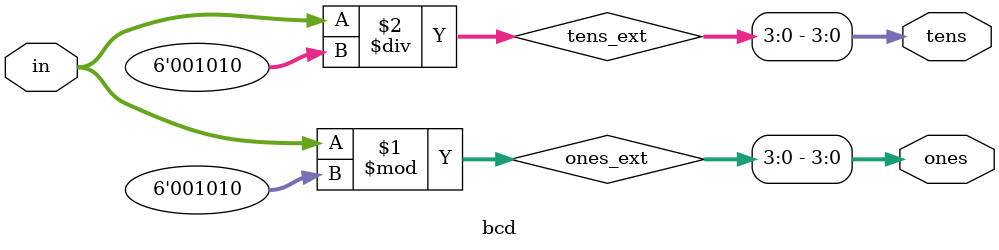
<source format=v>
module bcd (
    input  [5:0] in,
    output [3:0] ones,
    output [3:0] tens
);

  wire [5:0] ones_ext = in % 6'd10;
  wire [5:0] tens_ext = in / 6'd10;

  assign ones = ones_ext[3:0];
  assign tens = tens_ext[3:0];

endmodule

</source>
